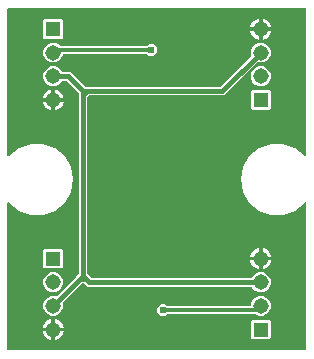
<source format=gbr>
G04 EAGLE Gerber RS-274X export*
G75*
%MOMM*%
%FSLAX34Y34*%
%LPD*%
%INBottom Copper*%
%IPPOS*%
%AMOC8*
5,1,8,0,0,1.08239X$1,22.5*%
G01*
%ADD10R,1.308000X1.308000*%
%ADD11C,1.308000*%
%ADD12C,0.381000*%
%ADD13C,0.609600*%
%ADD14C,0.304800*%

G36*
X257378Y5084D02*
X257378Y5084D01*
X257397Y5082D01*
X257499Y5104D01*
X257601Y5120D01*
X257618Y5130D01*
X257638Y5134D01*
X257727Y5187D01*
X257818Y5236D01*
X257832Y5250D01*
X257849Y5260D01*
X257916Y5339D01*
X257988Y5414D01*
X257996Y5432D01*
X258009Y5447D01*
X258048Y5543D01*
X258091Y5637D01*
X258093Y5657D01*
X258101Y5675D01*
X258119Y5842D01*
X258119Y129753D01*
X258111Y129801D01*
X258113Y129849D01*
X258092Y129921D01*
X258080Y129996D01*
X258057Y130038D01*
X258043Y130085D01*
X258000Y130146D01*
X257964Y130213D01*
X257929Y130246D01*
X257902Y130286D01*
X257841Y130330D01*
X257786Y130382D01*
X257742Y130403D01*
X257703Y130431D01*
X257631Y130454D01*
X257563Y130486D01*
X257515Y130491D01*
X257469Y130506D01*
X257394Y130505D01*
X257319Y130513D01*
X257271Y130503D01*
X257223Y130502D01*
X257152Y130477D01*
X257078Y130461D01*
X257037Y130436D01*
X256991Y130420D01*
X256932Y130373D01*
X256867Y130335D01*
X256842Y130305D01*
X256798Y130269D01*
X256798Y130268D01*
X256797Y130268D01*
X248576Y123369D01*
X238540Y119716D01*
X227860Y119716D01*
X217824Y123369D01*
X209643Y130234D01*
X204304Y139482D01*
X202449Y150000D01*
X204304Y160518D01*
X209643Y169766D01*
X217824Y176631D01*
X227860Y180284D01*
X238540Y180284D01*
X248576Y176631D01*
X256833Y169702D01*
X256854Y169677D01*
X256895Y169651D01*
X256930Y169618D01*
X256998Y169586D01*
X257062Y169546D01*
X257109Y169534D01*
X257153Y169514D01*
X257228Y169506D01*
X257301Y169488D01*
X257349Y169492D01*
X257397Y169487D01*
X257471Y169503D01*
X257546Y169510D01*
X257591Y169529D01*
X257638Y169539D01*
X257703Y169578D01*
X257772Y169608D01*
X257807Y169641D01*
X257849Y169665D01*
X257898Y169723D01*
X257954Y169773D01*
X257977Y169815D01*
X258009Y169852D01*
X258037Y169922D01*
X258074Y169988D01*
X258083Y170036D01*
X258101Y170080D01*
X258115Y170207D01*
X258119Y170230D01*
X258118Y170237D01*
X258119Y170247D01*
X258119Y294158D01*
X258116Y294178D01*
X258118Y294197D01*
X258096Y294299D01*
X258080Y294401D01*
X258070Y294418D01*
X258066Y294438D01*
X258013Y294527D01*
X257964Y294618D01*
X257950Y294632D01*
X257940Y294649D01*
X257861Y294716D01*
X257786Y294788D01*
X257768Y294796D01*
X257753Y294809D01*
X257657Y294848D01*
X257563Y294891D01*
X257543Y294893D01*
X257525Y294901D01*
X257358Y294919D01*
X5842Y294919D01*
X5822Y294916D01*
X5803Y294918D01*
X5701Y294896D01*
X5599Y294880D01*
X5582Y294870D01*
X5562Y294866D01*
X5473Y294813D01*
X5382Y294764D01*
X5368Y294750D01*
X5351Y294740D01*
X5284Y294661D01*
X5212Y294586D01*
X5204Y294568D01*
X5191Y294553D01*
X5152Y294457D01*
X5109Y294363D01*
X5107Y294343D01*
X5099Y294325D01*
X5081Y294158D01*
X5081Y170247D01*
X5082Y170237D01*
X5082Y170233D01*
X5087Y170207D01*
X5089Y170199D01*
X5087Y170151D01*
X5108Y170079D01*
X5120Y170004D01*
X5143Y169962D01*
X5157Y169915D01*
X5200Y169854D01*
X5236Y169787D01*
X5271Y169754D01*
X5298Y169714D01*
X5359Y169670D01*
X5414Y169618D01*
X5458Y169597D01*
X5497Y169569D01*
X5569Y169546D01*
X5637Y169514D01*
X5685Y169509D01*
X5731Y169494D01*
X5806Y169495D01*
X5881Y169487D01*
X5929Y169497D01*
X5977Y169498D01*
X6048Y169523D01*
X6122Y169539D01*
X6163Y169564D01*
X6209Y169580D01*
X6268Y169627D01*
X6333Y169665D01*
X6358Y169695D01*
X6402Y169731D01*
X6402Y169732D01*
X6403Y169732D01*
X14624Y176631D01*
X24660Y180284D01*
X35340Y180284D01*
X45376Y176631D01*
X53557Y169766D01*
X58896Y160518D01*
X60751Y150000D01*
X58896Y139482D01*
X53557Y130234D01*
X45376Y123369D01*
X35340Y119716D01*
X24660Y119716D01*
X14624Y123369D01*
X6367Y130298D01*
X6346Y130323D01*
X6305Y130349D01*
X6270Y130382D01*
X6202Y130414D01*
X6138Y130454D01*
X6091Y130466D01*
X6047Y130486D01*
X5972Y130494D01*
X5899Y130512D01*
X5851Y130508D01*
X5803Y130513D01*
X5729Y130497D01*
X5654Y130490D01*
X5609Y130471D01*
X5562Y130461D01*
X5497Y130422D01*
X5428Y130392D01*
X5393Y130359D01*
X5351Y130335D01*
X5302Y130277D01*
X5246Y130227D01*
X5223Y130185D01*
X5191Y130148D01*
X5163Y130078D01*
X5126Y130012D01*
X5117Y129964D01*
X5099Y129920D01*
X5085Y129793D01*
X5081Y129770D01*
X5082Y129763D01*
X5081Y129753D01*
X5081Y5842D01*
X5084Y5822D01*
X5082Y5803D01*
X5104Y5701D01*
X5120Y5599D01*
X5130Y5582D01*
X5134Y5562D01*
X5187Y5473D01*
X5236Y5382D01*
X5250Y5368D01*
X5260Y5351D01*
X5339Y5284D01*
X5414Y5212D01*
X5432Y5204D01*
X5447Y5191D01*
X5543Y5152D01*
X5637Y5109D01*
X5657Y5107D01*
X5675Y5099D01*
X5842Y5081D01*
X257358Y5081D01*
X257378Y5084D01*
G37*
%LPC*%
G36*
X42045Y34481D02*
X42045Y34481D01*
X38988Y35748D01*
X36648Y38088D01*
X35381Y41145D01*
X35381Y44455D01*
X36648Y47512D01*
X38988Y49852D01*
X42045Y51119D01*
X45355Y51119D01*
X45913Y50887D01*
X46026Y50861D01*
X46140Y50832D01*
X46147Y50833D01*
X46153Y50831D01*
X46269Y50842D01*
X46386Y50851D01*
X46391Y50854D01*
X46398Y50854D01*
X46506Y50902D01*
X46612Y50948D01*
X46618Y50952D01*
X46622Y50954D01*
X46636Y50967D01*
X46743Y51052D01*
X62964Y67274D01*
X65181Y69491D01*
X65234Y69565D01*
X65294Y69634D01*
X65306Y69664D01*
X65325Y69691D01*
X65352Y69778D01*
X65386Y69862D01*
X65390Y69903D01*
X65397Y69926D01*
X65396Y69958D01*
X65404Y70029D01*
X65404Y222949D01*
X65390Y223039D01*
X65382Y223130D01*
X65370Y223160D01*
X65365Y223192D01*
X65322Y223272D01*
X65286Y223356D01*
X65260Y223388D01*
X65249Y223409D01*
X65226Y223431D01*
X65181Y223487D01*
X55375Y233293D01*
X55301Y233346D01*
X55232Y233406D01*
X55202Y233418D01*
X55175Y233437D01*
X55088Y233464D01*
X55004Y233498D01*
X54963Y233502D01*
X54940Y233509D01*
X54908Y233508D01*
X54837Y233516D01*
X51687Y233516D01*
X51572Y233497D01*
X51456Y233480D01*
X51450Y233478D01*
X51444Y233477D01*
X51342Y233422D01*
X51237Y233369D01*
X51232Y233364D01*
X51227Y233361D01*
X51147Y233277D01*
X51064Y233193D01*
X51061Y233187D01*
X51057Y233183D01*
X51050Y233166D01*
X50984Y233046D01*
X50752Y232488D01*
X48412Y230148D01*
X45355Y228881D01*
X42045Y228881D01*
X38988Y230148D01*
X36648Y232488D01*
X35381Y235545D01*
X35381Y238855D01*
X36648Y241912D01*
X38988Y244252D01*
X42045Y245519D01*
X45355Y245519D01*
X48412Y244252D01*
X50752Y241912D01*
X50984Y241354D01*
X51046Y241254D01*
X51105Y241154D01*
X51110Y241150D01*
X51113Y241145D01*
X51204Y241070D01*
X51292Y240994D01*
X51298Y240992D01*
X51303Y240988D01*
X51411Y240946D01*
X51520Y240902D01*
X51528Y240901D01*
X51532Y240900D01*
X51551Y240899D01*
X51687Y240884D01*
X58204Y240884D01*
X70391Y228697D01*
X70465Y228644D01*
X70534Y228584D01*
X70564Y228572D01*
X70591Y228553D01*
X70678Y228526D01*
X70762Y228492D01*
X70803Y228488D01*
X70826Y228481D01*
X70858Y228482D01*
X70929Y228474D01*
X185249Y228474D01*
X185339Y228488D01*
X185430Y228496D01*
X185460Y228508D01*
X185492Y228513D01*
X185572Y228556D01*
X185656Y228592D01*
X185688Y228618D01*
X185709Y228629D01*
X185731Y228652D01*
X185787Y228697D01*
X211248Y254157D01*
X211315Y254251D01*
X211386Y254346D01*
X211388Y254352D01*
X211391Y254357D01*
X211425Y254468D01*
X211462Y254580D01*
X211462Y254586D01*
X211464Y254592D01*
X211460Y254709D01*
X211459Y254826D01*
X211457Y254833D01*
X211457Y254838D01*
X211451Y254855D01*
X211413Y254987D01*
X211181Y255545D01*
X211181Y258855D01*
X212448Y261912D01*
X214788Y264252D01*
X217845Y265519D01*
X221155Y265519D01*
X224212Y264252D01*
X226552Y261912D01*
X227819Y258855D01*
X227819Y255545D01*
X226552Y252488D01*
X224212Y250148D01*
X221155Y248881D01*
X217845Y248881D01*
X217287Y249113D01*
X217174Y249139D01*
X217060Y249168D01*
X217053Y249167D01*
X217047Y249169D01*
X216931Y249158D01*
X216814Y249149D01*
X216809Y249146D01*
X216802Y249146D01*
X216694Y249098D01*
X216588Y249052D01*
X216582Y249048D01*
X216578Y249046D01*
X216564Y249033D01*
X216457Y248948D01*
X190997Y223487D01*
X188616Y221106D01*
X74231Y221106D01*
X74141Y221092D01*
X74050Y221084D01*
X74020Y221072D01*
X73988Y221067D01*
X73908Y221024D01*
X73824Y220988D01*
X73792Y220962D01*
X73771Y220951D01*
X73749Y220928D01*
X73693Y220883D01*
X72995Y220185D01*
X72942Y220111D01*
X72882Y220042D01*
X72870Y220012D01*
X72851Y219985D01*
X72824Y219898D01*
X72790Y219814D01*
X72786Y219773D01*
X72779Y219750D01*
X72780Y219718D01*
X72772Y219647D01*
X72772Y70029D01*
X72786Y69939D01*
X72794Y69848D01*
X72806Y69818D01*
X72811Y69786D01*
X72854Y69706D01*
X72890Y69622D01*
X72916Y69590D01*
X72927Y69569D01*
X72950Y69547D01*
X72995Y69491D01*
X75779Y66707D01*
X75853Y66654D01*
X75922Y66594D01*
X75952Y66582D01*
X75979Y66563D01*
X76066Y66536D01*
X76150Y66502D01*
X76191Y66498D01*
X76214Y66491D01*
X76246Y66492D01*
X76317Y66484D01*
X211513Y66484D01*
X211628Y66503D01*
X211744Y66520D01*
X211750Y66522D01*
X211756Y66523D01*
X211858Y66578D01*
X211963Y66631D01*
X211968Y66636D01*
X211973Y66639D01*
X212053Y66723D01*
X212136Y66807D01*
X212139Y66813D01*
X212143Y66817D01*
X212150Y66834D01*
X212216Y66954D01*
X212448Y67512D01*
X214788Y69852D01*
X217845Y71119D01*
X221155Y71119D01*
X224212Y69852D01*
X226552Y67512D01*
X227819Y64455D01*
X227819Y61145D01*
X226552Y58088D01*
X224212Y55748D01*
X221155Y54481D01*
X217845Y54481D01*
X214788Y55748D01*
X212448Y58088D01*
X212216Y58646D01*
X212154Y58746D01*
X212095Y58846D01*
X212090Y58850D01*
X212087Y58855D01*
X211996Y58930D01*
X211908Y59006D01*
X211902Y59008D01*
X211897Y59012D01*
X211789Y59054D01*
X211680Y59098D01*
X211672Y59099D01*
X211668Y59100D01*
X211649Y59101D01*
X211513Y59116D01*
X72950Y59116D01*
X70002Y62064D01*
X69928Y62117D01*
X69859Y62177D01*
X69829Y62189D01*
X69802Y62208D01*
X69715Y62235D01*
X69631Y62269D01*
X69590Y62273D01*
X69567Y62280D01*
X69535Y62279D01*
X69464Y62287D01*
X68712Y62287D01*
X68622Y62273D01*
X68531Y62265D01*
X68501Y62253D01*
X68469Y62248D01*
X68389Y62205D01*
X68305Y62169D01*
X68273Y62143D01*
X68252Y62132D01*
X68230Y62109D01*
X68174Y62064D01*
X51952Y45843D01*
X51885Y45749D01*
X51814Y45654D01*
X51812Y45648D01*
X51809Y45643D01*
X51775Y45532D01*
X51738Y45420D01*
X51738Y45414D01*
X51736Y45408D01*
X51740Y45291D01*
X51741Y45174D01*
X51743Y45167D01*
X51743Y45162D01*
X51749Y45145D01*
X51787Y45013D01*
X52019Y44455D01*
X52019Y41145D01*
X50752Y38088D01*
X48412Y35748D01*
X45355Y34481D01*
X42045Y34481D01*
G37*
%LPD*%
%LPC*%
G36*
X217845Y34481D02*
X217845Y34481D01*
X214788Y35748D01*
X214691Y35844D01*
X214617Y35897D01*
X214548Y35957D01*
X214518Y35969D01*
X214491Y35988D01*
X214405Y36015D01*
X214320Y36049D01*
X214279Y36053D01*
X214256Y36060D01*
X214224Y36059D01*
X214153Y36067D01*
X140491Y36067D01*
X140401Y36053D01*
X140310Y36045D01*
X140280Y36033D01*
X140248Y36028D01*
X140167Y35985D01*
X140083Y35949D01*
X140051Y35923D01*
X140031Y35912D01*
X140008Y35889D01*
X139952Y35844D01*
X138651Y34543D01*
X134653Y34543D01*
X131825Y37371D01*
X131825Y41369D01*
X134653Y44197D01*
X138651Y44197D01*
X139952Y42896D01*
X140026Y42843D01*
X140096Y42783D01*
X140126Y42771D01*
X140152Y42752D01*
X140239Y42725D01*
X140324Y42691D01*
X140365Y42687D01*
X140387Y42680D01*
X140419Y42681D01*
X140491Y42673D01*
X210420Y42673D01*
X210440Y42676D01*
X210459Y42674D01*
X210561Y42696D01*
X210663Y42712D01*
X210680Y42722D01*
X210700Y42726D01*
X210789Y42779D01*
X210880Y42828D01*
X210894Y42842D01*
X210911Y42852D01*
X210978Y42931D01*
X211050Y43006D01*
X211058Y43024D01*
X211071Y43039D01*
X211110Y43135D01*
X211153Y43229D01*
X211155Y43249D01*
X211163Y43267D01*
X211181Y43434D01*
X211181Y44455D01*
X212448Y47512D01*
X214788Y49852D01*
X217845Y51119D01*
X221155Y51119D01*
X224212Y49852D01*
X226552Y47512D01*
X227819Y44455D01*
X227819Y41145D01*
X226552Y38088D01*
X224212Y35748D01*
X221155Y34481D01*
X217845Y34481D01*
G37*
%LPD*%
%LPC*%
G36*
X42045Y248881D02*
X42045Y248881D01*
X38988Y250148D01*
X36648Y252488D01*
X35381Y255545D01*
X35381Y258855D01*
X36648Y261912D01*
X38988Y264252D01*
X42045Y265519D01*
X45355Y265519D01*
X48412Y264252D01*
X49551Y263114D01*
X49625Y263061D01*
X49694Y263001D01*
X49724Y262989D01*
X49750Y262970D01*
X49837Y262943D01*
X49922Y262909D01*
X49963Y262905D01*
X49986Y262898D01*
X50018Y262899D01*
X50089Y262891D01*
X122907Y262891D01*
X122997Y262905D01*
X123088Y262913D01*
X123118Y262925D01*
X123150Y262930D01*
X123231Y262973D01*
X123315Y263009D01*
X123347Y263035D01*
X123367Y263046D01*
X123390Y263069D01*
X123446Y263114D01*
X124747Y264415D01*
X128745Y264415D01*
X131573Y261587D01*
X131573Y257589D01*
X128745Y254761D01*
X124747Y254761D01*
X123446Y256062D01*
X123372Y256115D01*
X123302Y256175D01*
X123272Y256187D01*
X123246Y256206D01*
X123159Y256233D01*
X123074Y256267D01*
X123033Y256271D01*
X123011Y256278D01*
X122979Y256277D01*
X122907Y256285D01*
X52780Y256285D01*
X52760Y256282D01*
X52741Y256284D01*
X52639Y256262D01*
X52537Y256246D01*
X52520Y256236D01*
X52500Y256232D01*
X52411Y256179D01*
X52320Y256130D01*
X52306Y256116D01*
X52289Y256106D01*
X52222Y256027D01*
X52150Y255952D01*
X52142Y255934D01*
X52129Y255919D01*
X52090Y255823D01*
X52047Y255729D01*
X52045Y255709D01*
X52037Y255691D01*
X52022Y255553D01*
X50752Y252488D01*
X48412Y250148D01*
X45355Y248881D01*
X42045Y248881D01*
G37*
%LPD*%
%LPC*%
G36*
X36423Y268881D02*
X36423Y268881D01*
X35381Y269923D01*
X35381Y284477D01*
X36423Y285519D01*
X50977Y285519D01*
X52019Y284477D01*
X52019Y269923D01*
X50977Y268881D01*
X36423Y268881D01*
G37*
%LPD*%
%LPC*%
G36*
X212223Y208881D02*
X212223Y208881D01*
X211181Y209923D01*
X211181Y224477D01*
X212223Y225519D01*
X226777Y225519D01*
X227819Y224477D01*
X227819Y209923D01*
X226777Y208881D01*
X212223Y208881D01*
G37*
%LPD*%
%LPC*%
G36*
X36423Y74481D02*
X36423Y74481D01*
X35381Y75523D01*
X35381Y90077D01*
X36423Y91119D01*
X50977Y91119D01*
X52019Y90077D01*
X52019Y75523D01*
X50977Y74481D01*
X36423Y74481D01*
G37*
%LPD*%
%LPC*%
G36*
X212223Y14481D02*
X212223Y14481D01*
X211181Y15523D01*
X211181Y30077D01*
X212223Y31119D01*
X226777Y31119D01*
X227819Y30077D01*
X227819Y15523D01*
X226777Y14481D01*
X212223Y14481D01*
G37*
%LPD*%
%LPC*%
G36*
X217845Y228881D02*
X217845Y228881D01*
X214788Y230148D01*
X212448Y232488D01*
X211181Y235545D01*
X211181Y238855D01*
X212448Y241912D01*
X214788Y244252D01*
X217845Y245519D01*
X221155Y245519D01*
X224212Y244252D01*
X226552Y241912D01*
X227819Y238855D01*
X227819Y235545D01*
X226552Y232488D01*
X224212Y230148D01*
X221155Y228881D01*
X217845Y228881D01*
G37*
%LPD*%
%LPC*%
G36*
X42045Y54481D02*
X42045Y54481D01*
X38988Y55748D01*
X36648Y58088D01*
X35381Y61145D01*
X35381Y64455D01*
X36648Y67512D01*
X38988Y69852D01*
X42045Y71119D01*
X45355Y71119D01*
X48412Y69852D01*
X50752Y67512D01*
X52019Y64455D01*
X52019Y61145D01*
X50752Y58088D01*
X48412Y55748D01*
X45355Y54481D01*
X42045Y54481D01*
G37*
%LPD*%
%LPC*%
G36*
X221023Y278723D02*
X221023Y278723D01*
X221023Y286156D01*
X222149Y285932D01*
X223801Y285247D01*
X225289Y284253D01*
X226553Y282989D01*
X227547Y281501D01*
X228232Y279849D01*
X228456Y278723D01*
X221023Y278723D01*
G37*
%LPD*%
%LPC*%
G36*
X45223Y218723D02*
X45223Y218723D01*
X45223Y226156D01*
X46349Y225932D01*
X48001Y225247D01*
X49489Y224253D01*
X50753Y222989D01*
X51747Y221501D01*
X52432Y219849D01*
X52656Y218723D01*
X45223Y218723D01*
G37*
%LPD*%
%LPC*%
G36*
X221023Y84323D02*
X221023Y84323D01*
X221023Y91756D01*
X222149Y91532D01*
X223801Y90847D01*
X225289Y89853D01*
X226553Y88589D01*
X227547Y87101D01*
X228232Y85449D01*
X228456Y84323D01*
X221023Y84323D01*
G37*
%LPD*%
%LPC*%
G36*
X45223Y24323D02*
X45223Y24323D01*
X45223Y31756D01*
X46349Y31532D01*
X48001Y30847D01*
X49489Y29853D01*
X50753Y28589D01*
X51747Y27101D01*
X52432Y25449D01*
X52656Y24323D01*
X45223Y24323D01*
G37*
%LPD*%
%LPC*%
G36*
X210544Y278723D02*
X210544Y278723D01*
X210768Y279849D01*
X211453Y281501D01*
X212447Y282989D01*
X213711Y284253D01*
X215199Y285247D01*
X216851Y285932D01*
X217977Y286156D01*
X217977Y278723D01*
X210544Y278723D01*
G37*
%LPD*%
%LPC*%
G36*
X221023Y275677D02*
X221023Y275677D01*
X228456Y275677D01*
X228232Y274551D01*
X227547Y272899D01*
X226553Y271411D01*
X225289Y270147D01*
X223801Y269153D01*
X222149Y268468D01*
X221023Y268244D01*
X221023Y275677D01*
G37*
%LPD*%
%LPC*%
G36*
X34744Y218723D02*
X34744Y218723D01*
X34968Y219849D01*
X35653Y221501D01*
X36647Y222989D01*
X37911Y224253D01*
X39399Y225247D01*
X41051Y225932D01*
X42177Y226156D01*
X42177Y218723D01*
X34744Y218723D01*
G37*
%LPD*%
%LPC*%
G36*
X45223Y215677D02*
X45223Y215677D01*
X52656Y215677D01*
X52432Y214551D01*
X51747Y212899D01*
X50753Y211411D01*
X49489Y210147D01*
X48001Y209153D01*
X46349Y208468D01*
X45223Y208244D01*
X45223Y215677D01*
G37*
%LPD*%
%LPC*%
G36*
X210544Y84323D02*
X210544Y84323D01*
X210768Y85449D01*
X211453Y87101D01*
X212447Y88589D01*
X213711Y89853D01*
X215199Y90847D01*
X216851Y91532D01*
X217977Y91756D01*
X217977Y84323D01*
X210544Y84323D01*
G37*
%LPD*%
%LPC*%
G36*
X221023Y81277D02*
X221023Y81277D01*
X228456Y81277D01*
X228232Y80151D01*
X227547Y78499D01*
X226553Y77011D01*
X225289Y75747D01*
X223801Y74753D01*
X222149Y74068D01*
X221023Y73844D01*
X221023Y81277D01*
G37*
%LPD*%
%LPC*%
G36*
X34744Y24323D02*
X34744Y24323D01*
X34968Y25449D01*
X35653Y27101D01*
X36647Y28589D01*
X37911Y29853D01*
X39399Y30847D01*
X41051Y31532D01*
X42177Y31756D01*
X42177Y24323D01*
X34744Y24323D01*
G37*
%LPD*%
%LPC*%
G36*
X45223Y21277D02*
X45223Y21277D01*
X52656Y21277D01*
X52432Y20151D01*
X51747Y18499D01*
X50753Y17011D01*
X49489Y15747D01*
X48001Y14753D01*
X46349Y14068D01*
X45223Y13844D01*
X45223Y21277D01*
G37*
%LPD*%
%LPC*%
G36*
X216851Y268468D02*
X216851Y268468D01*
X215199Y269153D01*
X213711Y270147D01*
X212447Y271411D01*
X211453Y272899D01*
X210768Y274551D01*
X210544Y275677D01*
X217977Y275677D01*
X217977Y268244D01*
X216851Y268468D01*
G37*
%LPD*%
%LPC*%
G36*
X41051Y208468D02*
X41051Y208468D01*
X39399Y209153D01*
X37911Y210147D01*
X36647Y211411D01*
X35653Y212899D01*
X34968Y214551D01*
X34744Y215677D01*
X42177Y215677D01*
X42177Y208244D01*
X41051Y208468D01*
G37*
%LPD*%
%LPC*%
G36*
X216851Y74068D02*
X216851Y74068D01*
X215199Y74753D01*
X213711Y75747D01*
X212447Y77011D01*
X211453Y78499D01*
X210768Y80151D01*
X210544Y81277D01*
X217977Y81277D01*
X217977Y73844D01*
X216851Y74068D01*
G37*
%LPD*%
%LPC*%
G36*
X41051Y14068D02*
X41051Y14068D01*
X39399Y14753D01*
X37911Y15747D01*
X36647Y17011D01*
X35653Y18499D01*
X34968Y20151D01*
X34744Y21277D01*
X42177Y21277D01*
X42177Y13844D01*
X41051Y14068D01*
G37*
%LPD*%
%LPC*%
G36*
X219499Y277199D02*
X219499Y277199D01*
X219499Y277201D01*
X219501Y277201D01*
X219501Y277199D01*
X219499Y277199D01*
G37*
%LPD*%
%LPC*%
G36*
X43699Y217199D02*
X43699Y217199D01*
X43699Y217201D01*
X43701Y217201D01*
X43701Y217199D01*
X43699Y217199D01*
G37*
%LPD*%
%LPC*%
G36*
X219499Y82799D02*
X219499Y82799D01*
X219499Y82801D01*
X219501Y82801D01*
X219501Y82799D01*
X219499Y82799D01*
G37*
%LPD*%
%LPC*%
G36*
X43699Y22799D02*
X43699Y22799D01*
X43699Y22801D01*
X43701Y22801D01*
X43701Y22799D01*
X43699Y22799D01*
G37*
%LPD*%
D10*
X43700Y277200D03*
D11*
X43700Y257200D03*
X43700Y237200D03*
X43700Y217200D03*
D10*
X43700Y82800D03*
D11*
X43700Y62800D03*
X43700Y42800D03*
X43700Y22800D03*
D10*
X219500Y22800D03*
D11*
X219500Y42800D03*
X219500Y62800D03*
X219500Y82800D03*
D10*
X219500Y217200D03*
D11*
X219500Y237200D03*
X219500Y257200D03*
X219500Y277200D03*
D12*
X56678Y237200D02*
X43700Y237200D01*
X56678Y237200D02*
X69088Y224790D01*
X69088Y221488D01*
X69088Y68188D01*
X66871Y65971D01*
X43700Y42800D01*
X74476Y62800D02*
X219500Y62800D01*
X74476Y62800D02*
X71305Y65971D01*
X69088Y68188D01*
X71305Y65971D02*
X66871Y65971D01*
X187090Y224790D02*
X219500Y257200D01*
X187090Y224790D02*
X72136Y224790D01*
X69088Y224790D01*
X72136Y224536D02*
X69088Y221488D01*
X72136Y224536D02*
X72136Y224790D01*
D13*
X136652Y39370D03*
D14*
X216070Y39370D01*
X219500Y42800D01*
D13*
X126746Y259588D03*
D14*
X46088Y259588D01*
X43700Y257200D01*
M02*

</source>
